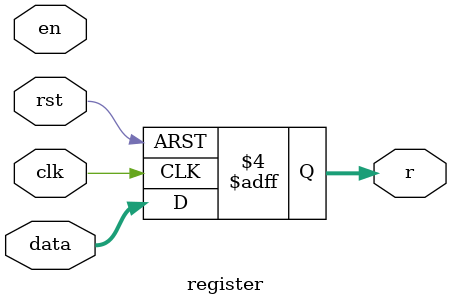
<source format=v>
`timescale 1ns / 1ps
module register #(parameter N = 4)(
    input clk,
    input rst,
    input en,
    input [N-1:0] data,
    output reg [N-1:0] r
    );
    always @(posedge clk or posedge rst)
        begin
            if(rst)
                r <= 0;
            else if(en)
                r <= data;
            else
                r <= data;
        end
endmodule

</source>
